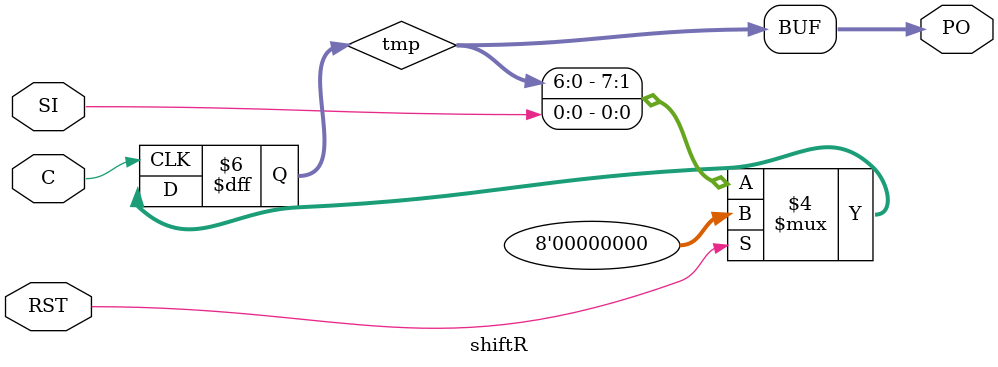
<source format=v>
`timescale 1ns / 1ps

module shiftR (C, SI,RST, PO);
input  C,SI,RST; 
output wire[7:0] PO; 
reg [7:0] tmp; 

 
  always @(posedge C) 
  begin 

    if(RST==1)
    begin
      tmp=0;
      end
    else
    begin
      tmp <= {tmp[6:0], SI};
    end 
  end 
  assign PO  = tmp; 

endmodule 
</source>
